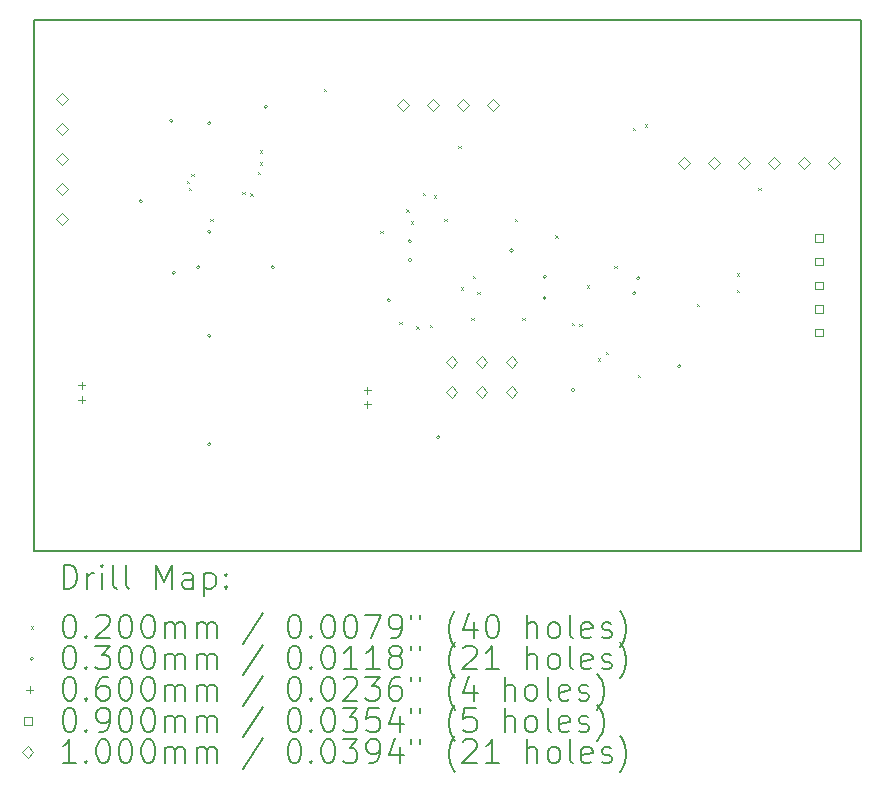
<source format=gbr>
%FSLAX45Y45*%
G04 Gerber Fmt 4.5, Leading zero omitted, Abs format (unit mm)*
G04 Created by KiCad (PCBNEW (6.0.0)) date 2022-01-24 15:48:01*
%MOMM*%
%LPD*%
G01*
G04 APERTURE LIST*
%TA.AperFunction,Profile*%
%ADD10C,0.150000*%
%TD*%
%ADD11C,0.200000*%
%ADD12C,0.020000*%
%ADD13C,0.030000*%
%ADD14C,0.060000*%
%ADD15C,0.090000*%
%ADD16C,0.100000*%
G04 APERTURE END LIST*
D10*
X13000000Y-8000000D02*
X20000000Y-8000000D01*
X20000000Y-8000000D02*
X20000000Y-12500000D01*
X20000000Y-12500000D02*
X13000000Y-12500000D01*
X13000000Y-12500000D02*
X13000000Y-8000000D01*
D11*
D12*
X14290400Y-9367100D02*
X14310400Y-9387100D01*
X14310400Y-9367100D02*
X14290400Y-9387100D01*
X14310400Y-9427100D02*
X14330400Y-9447100D01*
X14330400Y-9427100D02*
X14310400Y-9447100D01*
X14330400Y-9307100D02*
X14350400Y-9327100D01*
X14350400Y-9307100D02*
X14330400Y-9327100D01*
X14490400Y-9687100D02*
X14510400Y-9707100D01*
X14510400Y-9687100D02*
X14490400Y-9707100D01*
X14762236Y-9458798D02*
X14782236Y-9478798D01*
X14782236Y-9458798D02*
X14762236Y-9478798D01*
X14829995Y-9470058D02*
X14849995Y-9490058D01*
X14849995Y-9470058D02*
X14829995Y-9490058D01*
X14890400Y-9287100D02*
X14910400Y-9307100D01*
X14910400Y-9287100D02*
X14890400Y-9307100D01*
X14910400Y-9107100D02*
X14930400Y-9127100D01*
X14930400Y-9107100D02*
X14910400Y-9127100D01*
X14910400Y-9207100D02*
X14930400Y-9227100D01*
X14930400Y-9207100D02*
X14910400Y-9227100D01*
X15450400Y-8587100D02*
X15470400Y-8607100D01*
X15470400Y-8587100D02*
X15450400Y-8607100D01*
X15930400Y-9787100D02*
X15950400Y-9807100D01*
X15950400Y-9787100D02*
X15930400Y-9807100D01*
X16090400Y-10557199D02*
X16110400Y-10577199D01*
X16110400Y-10557199D02*
X16090400Y-10577199D01*
X16150400Y-9607100D02*
X16170400Y-9627100D01*
X16170400Y-9607100D02*
X16150400Y-9627100D01*
X16190400Y-9707100D02*
X16210400Y-9727100D01*
X16210400Y-9707100D02*
X16190400Y-9727100D01*
X16233339Y-10597150D02*
X16253339Y-10617150D01*
X16253339Y-10597150D02*
X16233339Y-10617150D01*
X16290400Y-9467100D02*
X16310400Y-9487100D01*
X16310400Y-9467100D02*
X16290400Y-9487100D01*
X16350400Y-10587100D02*
X16370400Y-10607100D01*
X16370400Y-10587100D02*
X16350400Y-10607100D01*
X16382550Y-9487100D02*
X16402550Y-9507100D01*
X16402550Y-9487100D02*
X16382550Y-9507100D01*
X16470400Y-9687100D02*
X16490400Y-9707100D01*
X16490400Y-9687100D02*
X16470400Y-9707100D01*
X16590400Y-9067100D02*
X16610400Y-9087100D01*
X16610400Y-9067100D02*
X16590400Y-9087100D01*
X16610400Y-10267100D02*
X16630400Y-10287100D01*
X16630400Y-10267100D02*
X16610400Y-10287100D01*
X16700350Y-10527100D02*
X16720350Y-10547100D01*
X16720350Y-10527100D02*
X16700350Y-10547100D01*
X16710400Y-10167100D02*
X16730400Y-10187100D01*
X16730400Y-10167100D02*
X16710400Y-10187100D01*
X16750400Y-10307100D02*
X16770400Y-10327100D01*
X16770400Y-10307100D02*
X16750400Y-10327100D01*
X17070400Y-9687100D02*
X17090400Y-9707100D01*
X17090400Y-9687100D02*
X17070400Y-9707100D01*
X17130400Y-10527100D02*
X17150400Y-10547100D01*
X17150400Y-10527100D02*
X17130400Y-10547100D01*
X17410400Y-9827100D02*
X17430400Y-9847100D01*
X17430400Y-9827100D02*
X17410400Y-9847100D01*
X17550400Y-10567100D02*
X17570400Y-10587100D01*
X17570400Y-10567100D02*
X17550400Y-10587100D01*
X17614551Y-10573589D02*
X17634551Y-10593589D01*
X17634551Y-10573589D02*
X17614551Y-10593589D01*
X17680350Y-10249438D02*
X17700350Y-10269438D01*
X17700350Y-10249438D02*
X17680350Y-10269438D01*
X17770400Y-10867100D02*
X17790400Y-10887100D01*
X17790400Y-10867100D02*
X17770400Y-10887100D01*
X17836049Y-10814049D02*
X17856049Y-10834049D01*
X17856049Y-10814049D02*
X17836049Y-10834049D01*
X17910400Y-10087100D02*
X17930400Y-10107100D01*
X17930400Y-10087100D02*
X17910400Y-10107100D01*
X18068180Y-8917150D02*
X18088180Y-8937150D01*
X18088180Y-8917150D02*
X18068180Y-8937150D01*
X18110400Y-11007100D02*
X18130400Y-11027100D01*
X18130400Y-11007100D02*
X18110400Y-11027100D01*
X18170400Y-8887100D02*
X18190400Y-8907100D01*
X18190400Y-8887100D02*
X18170400Y-8907100D01*
X18610400Y-10407100D02*
X18630400Y-10427100D01*
X18630400Y-10407100D02*
X18610400Y-10427100D01*
X18950400Y-10147100D02*
X18970400Y-10167100D01*
X18970400Y-10147100D02*
X18950400Y-10167100D01*
X18950400Y-10287100D02*
X18970400Y-10307100D01*
X18970400Y-10287100D02*
X18950400Y-10307100D01*
X19130400Y-9427100D02*
X19150400Y-9447100D01*
X19150400Y-9427100D02*
X19130400Y-9447100D01*
D13*
X13915400Y-9537100D02*
G75*
G03*
X13915400Y-9537100I-15000J0D01*
G01*
X14175400Y-8857100D02*
G75*
G03*
X14175400Y-8857100I-15000J0D01*
G01*
X14195400Y-10144950D02*
G75*
G03*
X14195400Y-10144950I-15000J0D01*
G01*
X14402888Y-10098303D02*
G75*
G03*
X14402888Y-10098303I-15000J0D01*
G01*
X14495400Y-8877100D02*
G75*
G03*
X14495400Y-8877100I-15000J0D01*
G01*
X14495400Y-9797100D02*
G75*
G03*
X14495400Y-9797100I-15000J0D01*
G01*
X14495400Y-10677100D02*
G75*
G03*
X14495400Y-10677100I-15000J0D01*
G01*
X14495400Y-11597100D02*
G75*
G03*
X14495400Y-11597100I-15000J0D01*
G01*
X14975400Y-8737100D02*
G75*
G03*
X14975400Y-8737100I-15000J0D01*
G01*
X15035400Y-10097100D02*
G75*
G03*
X15035400Y-10097100I-15000J0D01*
G01*
X16015400Y-10377100D02*
G75*
G03*
X16015400Y-10377100I-15000J0D01*
G01*
X16195400Y-9877100D02*
G75*
G03*
X16195400Y-9877100I-15000J0D01*
G01*
X16195400Y-10037100D02*
G75*
G03*
X16195400Y-10037100I-15000J0D01*
G01*
X16435400Y-11537100D02*
G75*
G03*
X16435400Y-11537100I-15000J0D01*
G01*
X17055400Y-9957100D02*
G75*
G03*
X17055400Y-9957100I-15000J0D01*
G01*
X17335400Y-10177100D02*
G75*
G03*
X17335400Y-10177100I-15000J0D01*
G01*
X17335400Y-10357100D02*
G75*
G03*
X17335400Y-10357100I-15000J0D01*
G01*
X17575400Y-11137100D02*
G75*
G03*
X17575400Y-11137100I-15000J0D01*
G01*
X18095400Y-10317100D02*
G75*
G03*
X18095400Y-10317100I-15000J0D01*
G01*
X18128652Y-10190739D02*
G75*
G03*
X18128652Y-10190739I-15000J0D01*
G01*
X18475400Y-10937100D02*
G75*
G03*
X18475400Y-10937100I-15000J0D01*
G01*
D14*
X13400400Y-11067100D02*
X13400400Y-11127100D01*
X13370400Y-11097100D02*
X13430400Y-11097100D01*
X13400400Y-11187100D02*
X13400400Y-11247100D01*
X13370400Y-11217100D02*
X13430400Y-11217100D01*
X15820400Y-11107100D02*
X15820400Y-11167100D01*
X15790400Y-11137100D02*
X15850400Y-11137100D01*
X15820400Y-11227100D02*
X15820400Y-11287100D01*
X15790400Y-11257100D02*
X15850400Y-11257100D01*
D15*
X19676820Y-9881820D02*
X19676820Y-9818180D01*
X19613180Y-9818180D01*
X19613180Y-9881820D01*
X19676820Y-9881820D01*
X19676820Y-10081820D02*
X19676820Y-10018180D01*
X19613180Y-10018180D01*
X19613180Y-10081820D01*
X19676820Y-10081820D01*
X19676820Y-10281820D02*
X19676820Y-10218180D01*
X19613180Y-10218180D01*
X19613180Y-10281820D01*
X19676820Y-10281820D01*
X19676820Y-10481820D02*
X19676820Y-10418180D01*
X19613180Y-10418180D01*
X19613180Y-10481820D01*
X19676820Y-10481820D01*
X19676820Y-10681820D02*
X19676820Y-10618180D01*
X19613180Y-10618180D01*
X19613180Y-10681820D01*
X19676820Y-10681820D01*
D16*
X13235000Y-8721000D02*
X13285000Y-8671000D01*
X13235000Y-8621000D01*
X13185000Y-8671000D01*
X13235000Y-8721000D01*
X13235000Y-8975000D02*
X13285000Y-8925000D01*
X13235000Y-8875000D01*
X13185000Y-8925000D01*
X13235000Y-8975000D01*
X13235000Y-9229000D02*
X13285000Y-9179000D01*
X13235000Y-9129000D01*
X13185000Y-9179000D01*
X13235000Y-9229000D01*
X13235000Y-9483000D02*
X13285000Y-9433000D01*
X13235000Y-9383000D01*
X13185000Y-9433000D01*
X13235000Y-9483000D01*
X13235000Y-9737000D02*
X13285000Y-9687000D01*
X13235000Y-9637000D01*
X13185000Y-9687000D01*
X13235000Y-9737000D01*
X16119000Y-8776000D02*
X16169000Y-8726000D01*
X16119000Y-8676000D01*
X16069000Y-8726000D01*
X16119000Y-8776000D01*
X16373000Y-8776000D02*
X16423000Y-8726000D01*
X16373000Y-8676000D01*
X16323000Y-8726000D01*
X16373000Y-8776000D01*
X16532500Y-10948500D02*
X16582500Y-10898500D01*
X16532500Y-10848500D01*
X16482500Y-10898500D01*
X16532500Y-10948500D01*
X16532500Y-11202500D02*
X16582500Y-11152500D01*
X16532500Y-11102500D01*
X16482500Y-11152500D01*
X16532500Y-11202500D01*
X16627000Y-8776000D02*
X16677000Y-8726000D01*
X16627000Y-8676000D01*
X16577000Y-8726000D01*
X16627000Y-8776000D01*
X16786500Y-10948500D02*
X16836500Y-10898500D01*
X16786500Y-10848500D01*
X16736500Y-10898500D01*
X16786500Y-10948500D01*
X16786500Y-11202500D02*
X16836500Y-11152500D01*
X16786500Y-11102500D01*
X16736500Y-11152500D01*
X16786500Y-11202500D01*
X16881000Y-8776000D02*
X16931000Y-8726000D01*
X16881000Y-8676000D01*
X16831000Y-8726000D01*
X16881000Y-8776000D01*
X17040500Y-10948500D02*
X17090500Y-10898500D01*
X17040500Y-10848500D01*
X16990500Y-10898500D01*
X17040500Y-10948500D01*
X17040500Y-11202500D02*
X17090500Y-11152500D01*
X17040500Y-11102500D01*
X16990500Y-11152500D01*
X17040500Y-11202500D01*
X18500000Y-9262500D02*
X18550000Y-9212500D01*
X18500000Y-9162500D01*
X18450000Y-9212500D01*
X18500000Y-9262500D01*
X18754000Y-9262500D02*
X18804000Y-9212500D01*
X18754000Y-9162500D01*
X18704000Y-9212500D01*
X18754000Y-9262500D01*
X19008000Y-9262500D02*
X19058000Y-9212500D01*
X19008000Y-9162500D01*
X18958000Y-9212500D01*
X19008000Y-9262500D01*
X19262000Y-9262500D02*
X19312000Y-9212500D01*
X19262000Y-9162500D01*
X19212000Y-9212500D01*
X19262000Y-9262500D01*
X19516000Y-9262500D02*
X19566000Y-9212500D01*
X19516000Y-9162500D01*
X19466000Y-9212500D01*
X19516000Y-9262500D01*
X19770000Y-9262500D02*
X19820000Y-9212500D01*
X19770000Y-9162500D01*
X19720000Y-9212500D01*
X19770000Y-9262500D01*
D11*
X13250119Y-12817976D02*
X13250119Y-12617976D01*
X13297738Y-12617976D01*
X13326309Y-12627500D01*
X13345357Y-12646548D01*
X13354881Y-12665595D01*
X13364405Y-12703690D01*
X13364405Y-12732262D01*
X13354881Y-12770357D01*
X13345357Y-12789405D01*
X13326309Y-12808452D01*
X13297738Y-12817976D01*
X13250119Y-12817976D01*
X13450119Y-12817976D02*
X13450119Y-12684643D01*
X13450119Y-12722738D02*
X13459643Y-12703690D01*
X13469167Y-12694167D01*
X13488214Y-12684643D01*
X13507262Y-12684643D01*
X13573928Y-12817976D02*
X13573928Y-12684643D01*
X13573928Y-12617976D02*
X13564405Y-12627500D01*
X13573928Y-12637024D01*
X13583452Y-12627500D01*
X13573928Y-12617976D01*
X13573928Y-12637024D01*
X13697738Y-12817976D02*
X13678690Y-12808452D01*
X13669167Y-12789405D01*
X13669167Y-12617976D01*
X13802500Y-12817976D02*
X13783452Y-12808452D01*
X13773928Y-12789405D01*
X13773928Y-12617976D01*
X14031071Y-12817976D02*
X14031071Y-12617976D01*
X14097738Y-12760833D01*
X14164405Y-12617976D01*
X14164405Y-12817976D01*
X14345357Y-12817976D02*
X14345357Y-12713214D01*
X14335833Y-12694167D01*
X14316786Y-12684643D01*
X14278690Y-12684643D01*
X14259643Y-12694167D01*
X14345357Y-12808452D02*
X14326309Y-12817976D01*
X14278690Y-12817976D01*
X14259643Y-12808452D01*
X14250119Y-12789405D01*
X14250119Y-12770357D01*
X14259643Y-12751309D01*
X14278690Y-12741786D01*
X14326309Y-12741786D01*
X14345357Y-12732262D01*
X14440595Y-12684643D02*
X14440595Y-12884643D01*
X14440595Y-12694167D02*
X14459643Y-12684643D01*
X14497738Y-12684643D01*
X14516786Y-12694167D01*
X14526309Y-12703690D01*
X14535833Y-12722738D01*
X14535833Y-12779881D01*
X14526309Y-12798928D01*
X14516786Y-12808452D01*
X14497738Y-12817976D01*
X14459643Y-12817976D01*
X14440595Y-12808452D01*
X14621548Y-12798928D02*
X14631071Y-12808452D01*
X14621548Y-12817976D01*
X14612024Y-12808452D01*
X14621548Y-12798928D01*
X14621548Y-12817976D01*
X14621548Y-12694167D02*
X14631071Y-12703690D01*
X14621548Y-12713214D01*
X14612024Y-12703690D01*
X14621548Y-12694167D01*
X14621548Y-12713214D01*
D12*
X12972500Y-13137500D02*
X12992500Y-13157500D01*
X12992500Y-13137500D02*
X12972500Y-13157500D01*
D11*
X13288214Y-13037976D02*
X13307262Y-13037976D01*
X13326309Y-13047500D01*
X13335833Y-13057024D01*
X13345357Y-13076071D01*
X13354881Y-13114167D01*
X13354881Y-13161786D01*
X13345357Y-13199881D01*
X13335833Y-13218928D01*
X13326309Y-13228452D01*
X13307262Y-13237976D01*
X13288214Y-13237976D01*
X13269167Y-13228452D01*
X13259643Y-13218928D01*
X13250119Y-13199881D01*
X13240595Y-13161786D01*
X13240595Y-13114167D01*
X13250119Y-13076071D01*
X13259643Y-13057024D01*
X13269167Y-13047500D01*
X13288214Y-13037976D01*
X13440595Y-13218928D02*
X13450119Y-13228452D01*
X13440595Y-13237976D01*
X13431071Y-13228452D01*
X13440595Y-13218928D01*
X13440595Y-13237976D01*
X13526309Y-13057024D02*
X13535833Y-13047500D01*
X13554881Y-13037976D01*
X13602500Y-13037976D01*
X13621548Y-13047500D01*
X13631071Y-13057024D01*
X13640595Y-13076071D01*
X13640595Y-13095119D01*
X13631071Y-13123690D01*
X13516786Y-13237976D01*
X13640595Y-13237976D01*
X13764405Y-13037976D02*
X13783452Y-13037976D01*
X13802500Y-13047500D01*
X13812024Y-13057024D01*
X13821548Y-13076071D01*
X13831071Y-13114167D01*
X13831071Y-13161786D01*
X13821548Y-13199881D01*
X13812024Y-13218928D01*
X13802500Y-13228452D01*
X13783452Y-13237976D01*
X13764405Y-13237976D01*
X13745357Y-13228452D01*
X13735833Y-13218928D01*
X13726309Y-13199881D01*
X13716786Y-13161786D01*
X13716786Y-13114167D01*
X13726309Y-13076071D01*
X13735833Y-13057024D01*
X13745357Y-13047500D01*
X13764405Y-13037976D01*
X13954881Y-13037976D02*
X13973928Y-13037976D01*
X13992976Y-13047500D01*
X14002500Y-13057024D01*
X14012024Y-13076071D01*
X14021548Y-13114167D01*
X14021548Y-13161786D01*
X14012024Y-13199881D01*
X14002500Y-13218928D01*
X13992976Y-13228452D01*
X13973928Y-13237976D01*
X13954881Y-13237976D01*
X13935833Y-13228452D01*
X13926309Y-13218928D01*
X13916786Y-13199881D01*
X13907262Y-13161786D01*
X13907262Y-13114167D01*
X13916786Y-13076071D01*
X13926309Y-13057024D01*
X13935833Y-13047500D01*
X13954881Y-13037976D01*
X14107262Y-13237976D02*
X14107262Y-13104643D01*
X14107262Y-13123690D02*
X14116786Y-13114167D01*
X14135833Y-13104643D01*
X14164405Y-13104643D01*
X14183452Y-13114167D01*
X14192976Y-13133214D01*
X14192976Y-13237976D01*
X14192976Y-13133214D02*
X14202500Y-13114167D01*
X14221548Y-13104643D01*
X14250119Y-13104643D01*
X14269167Y-13114167D01*
X14278690Y-13133214D01*
X14278690Y-13237976D01*
X14373928Y-13237976D02*
X14373928Y-13104643D01*
X14373928Y-13123690D02*
X14383452Y-13114167D01*
X14402500Y-13104643D01*
X14431071Y-13104643D01*
X14450119Y-13114167D01*
X14459643Y-13133214D01*
X14459643Y-13237976D01*
X14459643Y-13133214D02*
X14469167Y-13114167D01*
X14488214Y-13104643D01*
X14516786Y-13104643D01*
X14535833Y-13114167D01*
X14545357Y-13133214D01*
X14545357Y-13237976D01*
X14935833Y-13028452D02*
X14764405Y-13285595D01*
X15192976Y-13037976D02*
X15212024Y-13037976D01*
X15231071Y-13047500D01*
X15240595Y-13057024D01*
X15250119Y-13076071D01*
X15259643Y-13114167D01*
X15259643Y-13161786D01*
X15250119Y-13199881D01*
X15240595Y-13218928D01*
X15231071Y-13228452D01*
X15212024Y-13237976D01*
X15192976Y-13237976D01*
X15173928Y-13228452D01*
X15164405Y-13218928D01*
X15154881Y-13199881D01*
X15145357Y-13161786D01*
X15145357Y-13114167D01*
X15154881Y-13076071D01*
X15164405Y-13057024D01*
X15173928Y-13047500D01*
X15192976Y-13037976D01*
X15345357Y-13218928D02*
X15354881Y-13228452D01*
X15345357Y-13237976D01*
X15335833Y-13228452D01*
X15345357Y-13218928D01*
X15345357Y-13237976D01*
X15478690Y-13037976D02*
X15497738Y-13037976D01*
X15516786Y-13047500D01*
X15526309Y-13057024D01*
X15535833Y-13076071D01*
X15545357Y-13114167D01*
X15545357Y-13161786D01*
X15535833Y-13199881D01*
X15526309Y-13218928D01*
X15516786Y-13228452D01*
X15497738Y-13237976D01*
X15478690Y-13237976D01*
X15459643Y-13228452D01*
X15450119Y-13218928D01*
X15440595Y-13199881D01*
X15431071Y-13161786D01*
X15431071Y-13114167D01*
X15440595Y-13076071D01*
X15450119Y-13057024D01*
X15459643Y-13047500D01*
X15478690Y-13037976D01*
X15669167Y-13037976D02*
X15688214Y-13037976D01*
X15707262Y-13047500D01*
X15716786Y-13057024D01*
X15726309Y-13076071D01*
X15735833Y-13114167D01*
X15735833Y-13161786D01*
X15726309Y-13199881D01*
X15716786Y-13218928D01*
X15707262Y-13228452D01*
X15688214Y-13237976D01*
X15669167Y-13237976D01*
X15650119Y-13228452D01*
X15640595Y-13218928D01*
X15631071Y-13199881D01*
X15621548Y-13161786D01*
X15621548Y-13114167D01*
X15631071Y-13076071D01*
X15640595Y-13057024D01*
X15650119Y-13047500D01*
X15669167Y-13037976D01*
X15802500Y-13037976D02*
X15935833Y-13037976D01*
X15850119Y-13237976D01*
X16021548Y-13237976D02*
X16059643Y-13237976D01*
X16078690Y-13228452D01*
X16088214Y-13218928D01*
X16107262Y-13190357D01*
X16116786Y-13152262D01*
X16116786Y-13076071D01*
X16107262Y-13057024D01*
X16097738Y-13047500D01*
X16078690Y-13037976D01*
X16040595Y-13037976D01*
X16021548Y-13047500D01*
X16012024Y-13057024D01*
X16002500Y-13076071D01*
X16002500Y-13123690D01*
X16012024Y-13142738D01*
X16021548Y-13152262D01*
X16040595Y-13161786D01*
X16078690Y-13161786D01*
X16097738Y-13152262D01*
X16107262Y-13142738D01*
X16116786Y-13123690D01*
X16192976Y-13037976D02*
X16192976Y-13076071D01*
X16269167Y-13037976D02*
X16269167Y-13076071D01*
X16564405Y-13314167D02*
X16554881Y-13304643D01*
X16535833Y-13276071D01*
X16526309Y-13257024D01*
X16516786Y-13228452D01*
X16507262Y-13180833D01*
X16507262Y-13142738D01*
X16516786Y-13095119D01*
X16526309Y-13066548D01*
X16535833Y-13047500D01*
X16554881Y-13018928D01*
X16564405Y-13009405D01*
X16726309Y-13104643D02*
X16726309Y-13237976D01*
X16678690Y-13028452D02*
X16631071Y-13171309D01*
X16754881Y-13171309D01*
X16869167Y-13037976D02*
X16888214Y-13037976D01*
X16907262Y-13047500D01*
X16916786Y-13057024D01*
X16926310Y-13076071D01*
X16935833Y-13114167D01*
X16935833Y-13161786D01*
X16926310Y-13199881D01*
X16916786Y-13218928D01*
X16907262Y-13228452D01*
X16888214Y-13237976D01*
X16869167Y-13237976D01*
X16850119Y-13228452D01*
X16840595Y-13218928D01*
X16831071Y-13199881D01*
X16821548Y-13161786D01*
X16821548Y-13114167D01*
X16831071Y-13076071D01*
X16840595Y-13057024D01*
X16850119Y-13047500D01*
X16869167Y-13037976D01*
X17173929Y-13237976D02*
X17173929Y-13037976D01*
X17259643Y-13237976D02*
X17259643Y-13133214D01*
X17250119Y-13114167D01*
X17231071Y-13104643D01*
X17202500Y-13104643D01*
X17183452Y-13114167D01*
X17173929Y-13123690D01*
X17383452Y-13237976D02*
X17364405Y-13228452D01*
X17354881Y-13218928D01*
X17345357Y-13199881D01*
X17345357Y-13142738D01*
X17354881Y-13123690D01*
X17364405Y-13114167D01*
X17383452Y-13104643D01*
X17412024Y-13104643D01*
X17431071Y-13114167D01*
X17440595Y-13123690D01*
X17450119Y-13142738D01*
X17450119Y-13199881D01*
X17440595Y-13218928D01*
X17431071Y-13228452D01*
X17412024Y-13237976D01*
X17383452Y-13237976D01*
X17564405Y-13237976D02*
X17545357Y-13228452D01*
X17535833Y-13209405D01*
X17535833Y-13037976D01*
X17716786Y-13228452D02*
X17697738Y-13237976D01*
X17659643Y-13237976D01*
X17640595Y-13228452D01*
X17631071Y-13209405D01*
X17631071Y-13133214D01*
X17640595Y-13114167D01*
X17659643Y-13104643D01*
X17697738Y-13104643D01*
X17716786Y-13114167D01*
X17726310Y-13133214D01*
X17726310Y-13152262D01*
X17631071Y-13171309D01*
X17802500Y-13228452D02*
X17821548Y-13237976D01*
X17859643Y-13237976D01*
X17878690Y-13228452D01*
X17888214Y-13209405D01*
X17888214Y-13199881D01*
X17878690Y-13180833D01*
X17859643Y-13171309D01*
X17831071Y-13171309D01*
X17812024Y-13161786D01*
X17802500Y-13142738D01*
X17802500Y-13133214D01*
X17812024Y-13114167D01*
X17831071Y-13104643D01*
X17859643Y-13104643D01*
X17878690Y-13114167D01*
X17954881Y-13314167D02*
X17964405Y-13304643D01*
X17983452Y-13276071D01*
X17992976Y-13257024D01*
X18002500Y-13228452D01*
X18012024Y-13180833D01*
X18012024Y-13142738D01*
X18002500Y-13095119D01*
X17992976Y-13066548D01*
X17983452Y-13047500D01*
X17964405Y-13018928D01*
X17954881Y-13009405D01*
D13*
X12992500Y-13411500D02*
G75*
G03*
X12992500Y-13411500I-15000J0D01*
G01*
D11*
X13288214Y-13301976D02*
X13307262Y-13301976D01*
X13326309Y-13311500D01*
X13335833Y-13321024D01*
X13345357Y-13340071D01*
X13354881Y-13378167D01*
X13354881Y-13425786D01*
X13345357Y-13463881D01*
X13335833Y-13482928D01*
X13326309Y-13492452D01*
X13307262Y-13501976D01*
X13288214Y-13501976D01*
X13269167Y-13492452D01*
X13259643Y-13482928D01*
X13250119Y-13463881D01*
X13240595Y-13425786D01*
X13240595Y-13378167D01*
X13250119Y-13340071D01*
X13259643Y-13321024D01*
X13269167Y-13311500D01*
X13288214Y-13301976D01*
X13440595Y-13482928D02*
X13450119Y-13492452D01*
X13440595Y-13501976D01*
X13431071Y-13492452D01*
X13440595Y-13482928D01*
X13440595Y-13501976D01*
X13516786Y-13301976D02*
X13640595Y-13301976D01*
X13573928Y-13378167D01*
X13602500Y-13378167D01*
X13621548Y-13387690D01*
X13631071Y-13397214D01*
X13640595Y-13416262D01*
X13640595Y-13463881D01*
X13631071Y-13482928D01*
X13621548Y-13492452D01*
X13602500Y-13501976D01*
X13545357Y-13501976D01*
X13526309Y-13492452D01*
X13516786Y-13482928D01*
X13764405Y-13301976D02*
X13783452Y-13301976D01*
X13802500Y-13311500D01*
X13812024Y-13321024D01*
X13821548Y-13340071D01*
X13831071Y-13378167D01*
X13831071Y-13425786D01*
X13821548Y-13463881D01*
X13812024Y-13482928D01*
X13802500Y-13492452D01*
X13783452Y-13501976D01*
X13764405Y-13501976D01*
X13745357Y-13492452D01*
X13735833Y-13482928D01*
X13726309Y-13463881D01*
X13716786Y-13425786D01*
X13716786Y-13378167D01*
X13726309Y-13340071D01*
X13735833Y-13321024D01*
X13745357Y-13311500D01*
X13764405Y-13301976D01*
X13954881Y-13301976D02*
X13973928Y-13301976D01*
X13992976Y-13311500D01*
X14002500Y-13321024D01*
X14012024Y-13340071D01*
X14021548Y-13378167D01*
X14021548Y-13425786D01*
X14012024Y-13463881D01*
X14002500Y-13482928D01*
X13992976Y-13492452D01*
X13973928Y-13501976D01*
X13954881Y-13501976D01*
X13935833Y-13492452D01*
X13926309Y-13482928D01*
X13916786Y-13463881D01*
X13907262Y-13425786D01*
X13907262Y-13378167D01*
X13916786Y-13340071D01*
X13926309Y-13321024D01*
X13935833Y-13311500D01*
X13954881Y-13301976D01*
X14107262Y-13501976D02*
X14107262Y-13368643D01*
X14107262Y-13387690D02*
X14116786Y-13378167D01*
X14135833Y-13368643D01*
X14164405Y-13368643D01*
X14183452Y-13378167D01*
X14192976Y-13397214D01*
X14192976Y-13501976D01*
X14192976Y-13397214D02*
X14202500Y-13378167D01*
X14221548Y-13368643D01*
X14250119Y-13368643D01*
X14269167Y-13378167D01*
X14278690Y-13397214D01*
X14278690Y-13501976D01*
X14373928Y-13501976D02*
X14373928Y-13368643D01*
X14373928Y-13387690D02*
X14383452Y-13378167D01*
X14402500Y-13368643D01*
X14431071Y-13368643D01*
X14450119Y-13378167D01*
X14459643Y-13397214D01*
X14459643Y-13501976D01*
X14459643Y-13397214D02*
X14469167Y-13378167D01*
X14488214Y-13368643D01*
X14516786Y-13368643D01*
X14535833Y-13378167D01*
X14545357Y-13397214D01*
X14545357Y-13501976D01*
X14935833Y-13292452D02*
X14764405Y-13549595D01*
X15192976Y-13301976D02*
X15212024Y-13301976D01*
X15231071Y-13311500D01*
X15240595Y-13321024D01*
X15250119Y-13340071D01*
X15259643Y-13378167D01*
X15259643Y-13425786D01*
X15250119Y-13463881D01*
X15240595Y-13482928D01*
X15231071Y-13492452D01*
X15212024Y-13501976D01*
X15192976Y-13501976D01*
X15173928Y-13492452D01*
X15164405Y-13482928D01*
X15154881Y-13463881D01*
X15145357Y-13425786D01*
X15145357Y-13378167D01*
X15154881Y-13340071D01*
X15164405Y-13321024D01*
X15173928Y-13311500D01*
X15192976Y-13301976D01*
X15345357Y-13482928D02*
X15354881Y-13492452D01*
X15345357Y-13501976D01*
X15335833Y-13492452D01*
X15345357Y-13482928D01*
X15345357Y-13501976D01*
X15478690Y-13301976D02*
X15497738Y-13301976D01*
X15516786Y-13311500D01*
X15526309Y-13321024D01*
X15535833Y-13340071D01*
X15545357Y-13378167D01*
X15545357Y-13425786D01*
X15535833Y-13463881D01*
X15526309Y-13482928D01*
X15516786Y-13492452D01*
X15497738Y-13501976D01*
X15478690Y-13501976D01*
X15459643Y-13492452D01*
X15450119Y-13482928D01*
X15440595Y-13463881D01*
X15431071Y-13425786D01*
X15431071Y-13378167D01*
X15440595Y-13340071D01*
X15450119Y-13321024D01*
X15459643Y-13311500D01*
X15478690Y-13301976D01*
X15735833Y-13501976D02*
X15621548Y-13501976D01*
X15678690Y-13501976D02*
X15678690Y-13301976D01*
X15659643Y-13330548D01*
X15640595Y-13349595D01*
X15621548Y-13359119D01*
X15926309Y-13501976D02*
X15812024Y-13501976D01*
X15869167Y-13501976D02*
X15869167Y-13301976D01*
X15850119Y-13330548D01*
X15831071Y-13349595D01*
X15812024Y-13359119D01*
X16040595Y-13387690D02*
X16021548Y-13378167D01*
X16012024Y-13368643D01*
X16002500Y-13349595D01*
X16002500Y-13340071D01*
X16012024Y-13321024D01*
X16021548Y-13311500D01*
X16040595Y-13301976D01*
X16078690Y-13301976D01*
X16097738Y-13311500D01*
X16107262Y-13321024D01*
X16116786Y-13340071D01*
X16116786Y-13349595D01*
X16107262Y-13368643D01*
X16097738Y-13378167D01*
X16078690Y-13387690D01*
X16040595Y-13387690D01*
X16021548Y-13397214D01*
X16012024Y-13406738D01*
X16002500Y-13425786D01*
X16002500Y-13463881D01*
X16012024Y-13482928D01*
X16021548Y-13492452D01*
X16040595Y-13501976D01*
X16078690Y-13501976D01*
X16097738Y-13492452D01*
X16107262Y-13482928D01*
X16116786Y-13463881D01*
X16116786Y-13425786D01*
X16107262Y-13406738D01*
X16097738Y-13397214D01*
X16078690Y-13387690D01*
X16192976Y-13301976D02*
X16192976Y-13340071D01*
X16269167Y-13301976D02*
X16269167Y-13340071D01*
X16564405Y-13578167D02*
X16554881Y-13568643D01*
X16535833Y-13540071D01*
X16526309Y-13521024D01*
X16516786Y-13492452D01*
X16507262Y-13444833D01*
X16507262Y-13406738D01*
X16516786Y-13359119D01*
X16526309Y-13330548D01*
X16535833Y-13311500D01*
X16554881Y-13282928D01*
X16564405Y-13273405D01*
X16631071Y-13321024D02*
X16640595Y-13311500D01*
X16659643Y-13301976D01*
X16707262Y-13301976D01*
X16726309Y-13311500D01*
X16735833Y-13321024D01*
X16745357Y-13340071D01*
X16745357Y-13359119D01*
X16735833Y-13387690D01*
X16621548Y-13501976D01*
X16745357Y-13501976D01*
X16935833Y-13501976D02*
X16821548Y-13501976D01*
X16878690Y-13501976D02*
X16878690Y-13301976D01*
X16859643Y-13330548D01*
X16840595Y-13349595D01*
X16821548Y-13359119D01*
X17173929Y-13501976D02*
X17173929Y-13301976D01*
X17259643Y-13501976D02*
X17259643Y-13397214D01*
X17250119Y-13378167D01*
X17231071Y-13368643D01*
X17202500Y-13368643D01*
X17183452Y-13378167D01*
X17173929Y-13387690D01*
X17383452Y-13501976D02*
X17364405Y-13492452D01*
X17354881Y-13482928D01*
X17345357Y-13463881D01*
X17345357Y-13406738D01*
X17354881Y-13387690D01*
X17364405Y-13378167D01*
X17383452Y-13368643D01*
X17412024Y-13368643D01*
X17431071Y-13378167D01*
X17440595Y-13387690D01*
X17450119Y-13406738D01*
X17450119Y-13463881D01*
X17440595Y-13482928D01*
X17431071Y-13492452D01*
X17412024Y-13501976D01*
X17383452Y-13501976D01*
X17564405Y-13501976D02*
X17545357Y-13492452D01*
X17535833Y-13473405D01*
X17535833Y-13301976D01*
X17716786Y-13492452D02*
X17697738Y-13501976D01*
X17659643Y-13501976D01*
X17640595Y-13492452D01*
X17631071Y-13473405D01*
X17631071Y-13397214D01*
X17640595Y-13378167D01*
X17659643Y-13368643D01*
X17697738Y-13368643D01*
X17716786Y-13378167D01*
X17726310Y-13397214D01*
X17726310Y-13416262D01*
X17631071Y-13435309D01*
X17802500Y-13492452D02*
X17821548Y-13501976D01*
X17859643Y-13501976D01*
X17878690Y-13492452D01*
X17888214Y-13473405D01*
X17888214Y-13463881D01*
X17878690Y-13444833D01*
X17859643Y-13435309D01*
X17831071Y-13435309D01*
X17812024Y-13425786D01*
X17802500Y-13406738D01*
X17802500Y-13397214D01*
X17812024Y-13378167D01*
X17831071Y-13368643D01*
X17859643Y-13368643D01*
X17878690Y-13378167D01*
X17954881Y-13578167D02*
X17964405Y-13568643D01*
X17983452Y-13540071D01*
X17992976Y-13521024D01*
X18002500Y-13492452D01*
X18012024Y-13444833D01*
X18012024Y-13406738D01*
X18002500Y-13359119D01*
X17992976Y-13330548D01*
X17983452Y-13311500D01*
X17964405Y-13282928D01*
X17954881Y-13273405D01*
D14*
X12962500Y-13645500D02*
X12962500Y-13705500D01*
X12932500Y-13675500D02*
X12992500Y-13675500D01*
D11*
X13288214Y-13565976D02*
X13307262Y-13565976D01*
X13326309Y-13575500D01*
X13335833Y-13585024D01*
X13345357Y-13604071D01*
X13354881Y-13642167D01*
X13354881Y-13689786D01*
X13345357Y-13727881D01*
X13335833Y-13746928D01*
X13326309Y-13756452D01*
X13307262Y-13765976D01*
X13288214Y-13765976D01*
X13269167Y-13756452D01*
X13259643Y-13746928D01*
X13250119Y-13727881D01*
X13240595Y-13689786D01*
X13240595Y-13642167D01*
X13250119Y-13604071D01*
X13259643Y-13585024D01*
X13269167Y-13575500D01*
X13288214Y-13565976D01*
X13440595Y-13746928D02*
X13450119Y-13756452D01*
X13440595Y-13765976D01*
X13431071Y-13756452D01*
X13440595Y-13746928D01*
X13440595Y-13765976D01*
X13621548Y-13565976D02*
X13583452Y-13565976D01*
X13564405Y-13575500D01*
X13554881Y-13585024D01*
X13535833Y-13613595D01*
X13526309Y-13651690D01*
X13526309Y-13727881D01*
X13535833Y-13746928D01*
X13545357Y-13756452D01*
X13564405Y-13765976D01*
X13602500Y-13765976D01*
X13621548Y-13756452D01*
X13631071Y-13746928D01*
X13640595Y-13727881D01*
X13640595Y-13680262D01*
X13631071Y-13661214D01*
X13621548Y-13651690D01*
X13602500Y-13642167D01*
X13564405Y-13642167D01*
X13545357Y-13651690D01*
X13535833Y-13661214D01*
X13526309Y-13680262D01*
X13764405Y-13565976D02*
X13783452Y-13565976D01*
X13802500Y-13575500D01*
X13812024Y-13585024D01*
X13821548Y-13604071D01*
X13831071Y-13642167D01*
X13831071Y-13689786D01*
X13821548Y-13727881D01*
X13812024Y-13746928D01*
X13802500Y-13756452D01*
X13783452Y-13765976D01*
X13764405Y-13765976D01*
X13745357Y-13756452D01*
X13735833Y-13746928D01*
X13726309Y-13727881D01*
X13716786Y-13689786D01*
X13716786Y-13642167D01*
X13726309Y-13604071D01*
X13735833Y-13585024D01*
X13745357Y-13575500D01*
X13764405Y-13565976D01*
X13954881Y-13565976D02*
X13973928Y-13565976D01*
X13992976Y-13575500D01*
X14002500Y-13585024D01*
X14012024Y-13604071D01*
X14021548Y-13642167D01*
X14021548Y-13689786D01*
X14012024Y-13727881D01*
X14002500Y-13746928D01*
X13992976Y-13756452D01*
X13973928Y-13765976D01*
X13954881Y-13765976D01*
X13935833Y-13756452D01*
X13926309Y-13746928D01*
X13916786Y-13727881D01*
X13907262Y-13689786D01*
X13907262Y-13642167D01*
X13916786Y-13604071D01*
X13926309Y-13585024D01*
X13935833Y-13575500D01*
X13954881Y-13565976D01*
X14107262Y-13765976D02*
X14107262Y-13632643D01*
X14107262Y-13651690D02*
X14116786Y-13642167D01*
X14135833Y-13632643D01*
X14164405Y-13632643D01*
X14183452Y-13642167D01*
X14192976Y-13661214D01*
X14192976Y-13765976D01*
X14192976Y-13661214D02*
X14202500Y-13642167D01*
X14221548Y-13632643D01*
X14250119Y-13632643D01*
X14269167Y-13642167D01*
X14278690Y-13661214D01*
X14278690Y-13765976D01*
X14373928Y-13765976D02*
X14373928Y-13632643D01*
X14373928Y-13651690D02*
X14383452Y-13642167D01*
X14402500Y-13632643D01*
X14431071Y-13632643D01*
X14450119Y-13642167D01*
X14459643Y-13661214D01*
X14459643Y-13765976D01*
X14459643Y-13661214D02*
X14469167Y-13642167D01*
X14488214Y-13632643D01*
X14516786Y-13632643D01*
X14535833Y-13642167D01*
X14545357Y-13661214D01*
X14545357Y-13765976D01*
X14935833Y-13556452D02*
X14764405Y-13813595D01*
X15192976Y-13565976D02*
X15212024Y-13565976D01*
X15231071Y-13575500D01*
X15240595Y-13585024D01*
X15250119Y-13604071D01*
X15259643Y-13642167D01*
X15259643Y-13689786D01*
X15250119Y-13727881D01*
X15240595Y-13746928D01*
X15231071Y-13756452D01*
X15212024Y-13765976D01*
X15192976Y-13765976D01*
X15173928Y-13756452D01*
X15164405Y-13746928D01*
X15154881Y-13727881D01*
X15145357Y-13689786D01*
X15145357Y-13642167D01*
X15154881Y-13604071D01*
X15164405Y-13585024D01*
X15173928Y-13575500D01*
X15192976Y-13565976D01*
X15345357Y-13746928D02*
X15354881Y-13756452D01*
X15345357Y-13765976D01*
X15335833Y-13756452D01*
X15345357Y-13746928D01*
X15345357Y-13765976D01*
X15478690Y-13565976D02*
X15497738Y-13565976D01*
X15516786Y-13575500D01*
X15526309Y-13585024D01*
X15535833Y-13604071D01*
X15545357Y-13642167D01*
X15545357Y-13689786D01*
X15535833Y-13727881D01*
X15526309Y-13746928D01*
X15516786Y-13756452D01*
X15497738Y-13765976D01*
X15478690Y-13765976D01*
X15459643Y-13756452D01*
X15450119Y-13746928D01*
X15440595Y-13727881D01*
X15431071Y-13689786D01*
X15431071Y-13642167D01*
X15440595Y-13604071D01*
X15450119Y-13585024D01*
X15459643Y-13575500D01*
X15478690Y-13565976D01*
X15621548Y-13585024D02*
X15631071Y-13575500D01*
X15650119Y-13565976D01*
X15697738Y-13565976D01*
X15716786Y-13575500D01*
X15726309Y-13585024D01*
X15735833Y-13604071D01*
X15735833Y-13623119D01*
X15726309Y-13651690D01*
X15612024Y-13765976D01*
X15735833Y-13765976D01*
X15802500Y-13565976D02*
X15926309Y-13565976D01*
X15859643Y-13642167D01*
X15888214Y-13642167D01*
X15907262Y-13651690D01*
X15916786Y-13661214D01*
X15926309Y-13680262D01*
X15926309Y-13727881D01*
X15916786Y-13746928D01*
X15907262Y-13756452D01*
X15888214Y-13765976D01*
X15831071Y-13765976D01*
X15812024Y-13756452D01*
X15802500Y-13746928D01*
X16097738Y-13565976D02*
X16059643Y-13565976D01*
X16040595Y-13575500D01*
X16031071Y-13585024D01*
X16012024Y-13613595D01*
X16002500Y-13651690D01*
X16002500Y-13727881D01*
X16012024Y-13746928D01*
X16021548Y-13756452D01*
X16040595Y-13765976D01*
X16078690Y-13765976D01*
X16097738Y-13756452D01*
X16107262Y-13746928D01*
X16116786Y-13727881D01*
X16116786Y-13680262D01*
X16107262Y-13661214D01*
X16097738Y-13651690D01*
X16078690Y-13642167D01*
X16040595Y-13642167D01*
X16021548Y-13651690D01*
X16012024Y-13661214D01*
X16002500Y-13680262D01*
X16192976Y-13565976D02*
X16192976Y-13604071D01*
X16269167Y-13565976D02*
X16269167Y-13604071D01*
X16564405Y-13842167D02*
X16554881Y-13832643D01*
X16535833Y-13804071D01*
X16526309Y-13785024D01*
X16516786Y-13756452D01*
X16507262Y-13708833D01*
X16507262Y-13670738D01*
X16516786Y-13623119D01*
X16526309Y-13594548D01*
X16535833Y-13575500D01*
X16554881Y-13546928D01*
X16564405Y-13537405D01*
X16726309Y-13632643D02*
X16726309Y-13765976D01*
X16678690Y-13556452D02*
X16631071Y-13699309D01*
X16754881Y-13699309D01*
X16983452Y-13765976D02*
X16983452Y-13565976D01*
X17069167Y-13765976D02*
X17069167Y-13661214D01*
X17059643Y-13642167D01*
X17040595Y-13632643D01*
X17012024Y-13632643D01*
X16992976Y-13642167D01*
X16983452Y-13651690D01*
X17192976Y-13765976D02*
X17173929Y-13756452D01*
X17164405Y-13746928D01*
X17154881Y-13727881D01*
X17154881Y-13670738D01*
X17164405Y-13651690D01*
X17173929Y-13642167D01*
X17192976Y-13632643D01*
X17221548Y-13632643D01*
X17240595Y-13642167D01*
X17250119Y-13651690D01*
X17259643Y-13670738D01*
X17259643Y-13727881D01*
X17250119Y-13746928D01*
X17240595Y-13756452D01*
X17221548Y-13765976D01*
X17192976Y-13765976D01*
X17373929Y-13765976D02*
X17354881Y-13756452D01*
X17345357Y-13737405D01*
X17345357Y-13565976D01*
X17526310Y-13756452D02*
X17507262Y-13765976D01*
X17469167Y-13765976D01*
X17450119Y-13756452D01*
X17440595Y-13737405D01*
X17440595Y-13661214D01*
X17450119Y-13642167D01*
X17469167Y-13632643D01*
X17507262Y-13632643D01*
X17526310Y-13642167D01*
X17535833Y-13661214D01*
X17535833Y-13680262D01*
X17440595Y-13699309D01*
X17612024Y-13756452D02*
X17631071Y-13765976D01*
X17669167Y-13765976D01*
X17688214Y-13756452D01*
X17697738Y-13737405D01*
X17697738Y-13727881D01*
X17688214Y-13708833D01*
X17669167Y-13699309D01*
X17640595Y-13699309D01*
X17621548Y-13689786D01*
X17612024Y-13670738D01*
X17612024Y-13661214D01*
X17621548Y-13642167D01*
X17640595Y-13632643D01*
X17669167Y-13632643D01*
X17688214Y-13642167D01*
X17764405Y-13842167D02*
X17773929Y-13832643D01*
X17792976Y-13804071D01*
X17802500Y-13785024D01*
X17812024Y-13756452D01*
X17821548Y-13708833D01*
X17821548Y-13670738D01*
X17812024Y-13623119D01*
X17802500Y-13594548D01*
X17792976Y-13575500D01*
X17773929Y-13546928D01*
X17764405Y-13537405D01*
D15*
X12979320Y-13971320D02*
X12979320Y-13907680D01*
X12915680Y-13907680D01*
X12915680Y-13971320D01*
X12979320Y-13971320D01*
D11*
X13288214Y-13829976D02*
X13307262Y-13829976D01*
X13326309Y-13839500D01*
X13335833Y-13849024D01*
X13345357Y-13868071D01*
X13354881Y-13906167D01*
X13354881Y-13953786D01*
X13345357Y-13991881D01*
X13335833Y-14010928D01*
X13326309Y-14020452D01*
X13307262Y-14029976D01*
X13288214Y-14029976D01*
X13269167Y-14020452D01*
X13259643Y-14010928D01*
X13250119Y-13991881D01*
X13240595Y-13953786D01*
X13240595Y-13906167D01*
X13250119Y-13868071D01*
X13259643Y-13849024D01*
X13269167Y-13839500D01*
X13288214Y-13829976D01*
X13440595Y-14010928D02*
X13450119Y-14020452D01*
X13440595Y-14029976D01*
X13431071Y-14020452D01*
X13440595Y-14010928D01*
X13440595Y-14029976D01*
X13545357Y-14029976D02*
X13583452Y-14029976D01*
X13602500Y-14020452D01*
X13612024Y-14010928D01*
X13631071Y-13982357D01*
X13640595Y-13944262D01*
X13640595Y-13868071D01*
X13631071Y-13849024D01*
X13621548Y-13839500D01*
X13602500Y-13829976D01*
X13564405Y-13829976D01*
X13545357Y-13839500D01*
X13535833Y-13849024D01*
X13526309Y-13868071D01*
X13526309Y-13915690D01*
X13535833Y-13934738D01*
X13545357Y-13944262D01*
X13564405Y-13953786D01*
X13602500Y-13953786D01*
X13621548Y-13944262D01*
X13631071Y-13934738D01*
X13640595Y-13915690D01*
X13764405Y-13829976D02*
X13783452Y-13829976D01*
X13802500Y-13839500D01*
X13812024Y-13849024D01*
X13821548Y-13868071D01*
X13831071Y-13906167D01*
X13831071Y-13953786D01*
X13821548Y-13991881D01*
X13812024Y-14010928D01*
X13802500Y-14020452D01*
X13783452Y-14029976D01*
X13764405Y-14029976D01*
X13745357Y-14020452D01*
X13735833Y-14010928D01*
X13726309Y-13991881D01*
X13716786Y-13953786D01*
X13716786Y-13906167D01*
X13726309Y-13868071D01*
X13735833Y-13849024D01*
X13745357Y-13839500D01*
X13764405Y-13829976D01*
X13954881Y-13829976D02*
X13973928Y-13829976D01*
X13992976Y-13839500D01*
X14002500Y-13849024D01*
X14012024Y-13868071D01*
X14021548Y-13906167D01*
X14021548Y-13953786D01*
X14012024Y-13991881D01*
X14002500Y-14010928D01*
X13992976Y-14020452D01*
X13973928Y-14029976D01*
X13954881Y-14029976D01*
X13935833Y-14020452D01*
X13926309Y-14010928D01*
X13916786Y-13991881D01*
X13907262Y-13953786D01*
X13907262Y-13906167D01*
X13916786Y-13868071D01*
X13926309Y-13849024D01*
X13935833Y-13839500D01*
X13954881Y-13829976D01*
X14107262Y-14029976D02*
X14107262Y-13896643D01*
X14107262Y-13915690D02*
X14116786Y-13906167D01*
X14135833Y-13896643D01*
X14164405Y-13896643D01*
X14183452Y-13906167D01*
X14192976Y-13925214D01*
X14192976Y-14029976D01*
X14192976Y-13925214D02*
X14202500Y-13906167D01*
X14221548Y-13896643D01*
X14250119Y-13896643D01*
X14269167Y-13906167D01*
X14278690Y-13925214D01*
X14278690Y-14029976D01*
X14373928Y-14029976D02*
X14373928Y-13896643D01*
X14373928Y-13915690D02*
X14383452Y-13906167D01*
X14402500Y-13896643D01*
X14431071Y-13896643D01*
X14450119Y-13906167D01*
X14459643Y-13925214D01*
X14459643Y-14029976D01*
X14459643Y-13925214D02*
X14469167Y-13906167D01*
X14488214Y-13896643D01*
X14516786Y-13896643D01*
X14535833Y-13906167D01*
X14545357Y-13925214D01*
X14545357Y-14029976D01*
X14935833Y-13820452D02*
X14764405Y-14077595D01*
X15192976Y-13829976D02*
X15212024Y-13829976D01*
X15231071Y-13839500D01*
X15240595Y-13849024D01*
X15250119Y-13868071D01*
X15259643Y-13906167D01*
X15259643Y-13953786D01*
X15250119Y-13991881D01*
X15240595Y-14010928D01*
X15231071Y-14020452D01*
X15212024Y-14029976D01*
X15192976Y-14029976D01*
X15173928Y-14020452D01*
X15164405Y-14010928D01*
X15154881Y-13991881D01*
X15145357Y-13953786D01*
X15145357Y-13906167D01*
X15154881Y-13868071D01*
X15164405Y-13849024D01*
X15173928Y-13839500D01*
X15192976Y-13829976D01*
X15345357Y-14010928D02*
X15354881Y-14020452D01*
X15345357Y-14029976D01*
X15335833Y-14020452D01*
X15345357Y-14010928D01*
X15345357Y-14029976D01*
X15478690Y-13829976D02*
X15497738Y-13829976D01*
X15516786Y-13839500D01*
X15526309Y-13849024D01*
X15535833Y-13868071D01*
X15545357Y-13906167D01*
X15545357Y-13953786D01*
X15535833Y-13991881D01*
X15526309Y-14010928D01*
X15516786Y-14020452D01*
X15497738Y-14029976D01*
X15478690Y-14029976D01*
X15459643Y-14020452D01*
X15450119Y-14010928D01*
X15440595Y-13991881D01*
X15431071Y-13953786D01*
X15431071Y-13906167D01*
X15440595Y-13868071D01*
X15450119Y-13849024D01*
X15459643Y-13839500D01*
X15478690Y-13829976D01*
X15612024Y-13829976D02*
X15735833Y-13829976D01*
X15669167Y-13906167D01*
X15697738Y-13906167D01*
X15716786Y-13915690D01*
X15726309Y-13925214D01*
X15735833Y-13944262D01*
X15735833Y-13991881D01*
X15726309Y-14010928D01*
X15716786Y-14020452D01*
X15697738Y-14029976D01*
X15640595Y-14029976D01*
X15621548Y-14020452D01*
X15612024Y-14010928D01*
X15916786Y-13829976D02*
X15821548Y-13829976D01*
X15812024Y-13925214D01*
X15821548Y-13915690D01*
X15840595Y-13906167D01*
X15888214Y-13906167D01*
X15907262Y-13915690D01*
X15916786Y-13925214D01*
X15926309Y-13944262D01*
X15926309Y-13991881D01*
X15916786Y-14010928D01*
X15907262Y-14020452D01*
X15888214Y-14029976D01*
X15840595Y-14029976D01*
X15821548Y-14020452D01*
X15812024Y-14010928D01*
X16097738Y-13896643D02*
X16097738Y-14029976D01*
X16050119Y-13820452D02*
X16002500Y-13963309D01*
X16126309Y-13963309D01*
X16192976Y-13829976D02*
X16192976Y-13868071D01*
X16269167Y-13829976D02*
X16269167Y-13868071D01*
X16564405Y-14106167D02*
X16554881Y-14096643D01*
X16535833Y-14068071D01*
X16526309Y-14049024D01*
X16516786Y-14020452D01*
X16507262Y-13972833D01*
X16507262Y-13934738D01*
X16516786Y-13887119D01*
X16526309Y-13858548D01*
X16535833Y-13839500D01*
X16554881Y-13810928D01*
X16564405Y-13801405D01*
X16735833Y-13829976D02*
X16640595Y-13829976D01*
X16631071Y-13925214D01*
X16640595Y-13915690D01*
X16659643Y-13906167D01*
X16707262Y-13906167D01*
X16726309Y-13915690D01*
X16735833Y-13925214D01*
X16745357Y-13944262D01*
X16745357Y-13991881D01*
X16735833Y-14010928D01*
X16726309Y-14020452D01*
X16707262Y-14029976D01*
X16659643Y-14029976D01*
X16640595Y-14020452D01*
X16631071Y-14010928D01*
X16983452Y-14029976D02*
X16983452Y-13829976D01*
X17069167Y-14029976D02*
X17069167Y-13925214D01*
X17059643Y-13906167D01*
X17040595Y-13896643D01*
X17012024Y-13896643D01*
X16992976Y-13906167D01*
X16983452Y-13915690D01*
X17192976Y-14029976D02*
X17173929Y-14020452D01*
X17164405Y-14010928D01*
X17154881Y-13991881D01*
X17154881Y-13934738D01*
X17164405Y-13915690D01*
X17173929Y-13906167D01*
X17192976Y-13896643D01*
X17221548Y-13896643D01*
X17240595Y-13906167D01*
X17250119Y-13915690D01*
X17259643Y-13934738D01*
X17259643Y-13991881D01*
X17250119Y-14010928D01*
X17240595Y-14020452D01*
X17221548Y-14029976D01*
X17192976Y-14029976D01*
X17373929Y-14029976D02*
X17354881Y-14020452D01*
X17345357Y-14001405D01*
X17345357Y-13829976D01*
X17526310Y-14020452D02*
X17507262Y-14029976D01*
X17469167Y-14029976D01*
X17450119Y-14020452D01*
X17440595Y-14001405D01*
X17440595Y-13925214D01*
X17450119Y-13906167D01*
X17469167Y-13896643D01*
X17507262Y-13896643D01*
X17526310Y-13906167D01*
X17535833Y-13925214D01*
X17535833Y-13944262D01*
X17440595Y-13963309D01*
X17612024Y-14020452D02*
X17631071Y-14029976D01*
X17669167Y-14029976D01*
X17688214Y-14020452D01*
X17697738Y-14001405D01*
X17697738Y-13991881D01*
X17688214Y-13972833D01*
X17669167Y-13963309D01*
X17640595Y-13963309D01*
X17621548Y-13953786D01*
X17612024Y-13934738D01*
X17612024Y-13925214D01*
X17621548Y-13906167D01*
X17640595Y-13896643D01*
X17669167Y-13896643D01*
X17688214Y-13906167D01*
X17764405Y-14106167D02*
X17773929Y-14096643D01*
X17792976Y-14068071D01*
X17802500Y-14049024D01*
X17812024Y-14020452D01*
X17821548Y-13972833D01*
X17821548Y-13934738D01*
X17812024Y-13887119D01*
X17802500Y-13858548D01*
X17792976Y-13839500D01*
X17773929Y-13810928D01*
X17764405Y-13801405D01*
D16*
X12942500Y-14253500D02*
X12992500Y-14203500D01*
X12942500Y-14153500D01*
X12892500Y-14203500D01*
X12942500Y-14253500D01*
D11*
X13354881Y-14293976D02*
X13240595Y-14293976D01*
X13297738Y-14293976D02*
X13297738Y-14093976D01*
X13278690Y-14122548D01*
X13259643Y-14141595D01*
X13240595Y-14151119D01*
X13440595Y-14274928D02*
X13450119Y-14284452D01*
X13440595Y-14293976D01*
X13431071Y-14284452D01*
X13440595Y-14274928D01*
X13440595Y-14293976D01*
X13573928Y-14093976D02*
X13592976Y-14093976D01*
X13612024Y-14103500D01*
X13621548Y-14113024D01*
X13631071Y-14132071D01*
X13640595Y-14170167D01*
X13640595Y-14217786D01*
X13631071Y-14255881D01*
X13621548Y-14274928D01*
X13612024Y-14284452D01*
X13592976Y-14293976D01*
X13573928Y-14293976D01*
X13554881Y-14284452D01*
X13545357Y-14274928D01*
X13535833Y-14255881D01*
X13526309Y-14217786D01*
X13526309Y-14170167D01*
X13535833Y-14132071D01*
X13545357Y-14113024D01*
X13554881Y-14103500D01*
X13573928Y-14093976D01*
X13764405Y-14093976D02*
X13783452Y-14093976D01*
X13802500Y-14103500D01*
X13812024Y-14113024D01*
X13821548Y-14132071D01*
X13831071Y-14170167D01*
X13831071Y-14217786D01*
X13821548Y-14255881D01*
X13812024Y-14274928D01*
X13802500Y-14284452D01*
X13783452Y-14293976D01*
X13764405Y-14293976D01*
X13745357Y-14284452D01*
X13735833Y-14274928D01*
X13726309Y-14255881D01*
X13716786Y-14217786D01*
X13716786Y-14170167D01*
X13726309Y-14132071D01*
X13735833Y-14113024D01*
X13745357Y-14103500D01*
X13764405Y-14093976D01*
X13954881Y-14093976D02*
X13973928Y-14093976D01*
X13992976Y-14103500D01*
X14002500Y-14113024D01*
X14012024Y-14132071D01*
X14021548Y-14170167D01*
X14021548Y-14217786D01*
X14012024Y-14255881D01*
X14002500Y-14274928D01*
X13992976Y-14284452D01*
X13973928Y-14293976D01*
X13954881Y-14293976D01*
X13935833Y-14284452D01*
X13926309Y-14274928D01*
X13916786Y-14255881D01*
X13907262Y-14217786D01*
X13907262Y-14170167D01*
X13916786Y-14132071D01*
X13926309Y-14113024D01*
X13935833Y-14103500D01*
X13954881Y-14093976D01*
X14107262Y-14293976D02*
X14107262Y-14160643D01*
X14107262Y-14179690D02*
X14116786Y-14170167D01*
X14135833Y-14160643D01*
X14164405Y-14160643D01*
X14183452Y-14170167D01*
X14192976Y-14189214D01*
X14192976Y-14293976D01*
X14192976Y-14189214D02*
X14202500Y-14170167D01*
X14221548Y-14160643D01*
X14250119Y-14160643D01*
X14269167Y-14170167D01*
X14278690Y-14189214D01*
X14278690Y-14293976D01*
X14373928Y-14293976D02*
X14373928Y-14160643D01*
X14373928Y-14179690D02*
X14383452Y-14170167D01*
X14402500Y-14160643D01*
X14431071Y-14160643D01*
X14450119Y-14170167D01*
X14459643Y-14189214D01*
X14459643Y-14293976D01*
X14459643Y-14189214D02*
X14469167Y-14170167D01*
X14488214Y-14160643D01*
X14516786Y-14160643D01*
X14535833Y-14170167D01*
X14545357Y-14189214D01*
X14545357Y-14293976D01*
X14935833Y-14084452D02*
X14764405Y-14341595D01*
X15192976Y-14093976D02*
X15212024Y-14093976D01*
X15231071Y-14103500D01*
X15240595Y-14113024D01*
X15250119Y-14132071D01*
X15259643Y-14170167D01*
X15259643Y-14217786D01*
X15250119Y-14255881D01*
X15240595Y-14274928D01*
X15231071Y-14284452D01*
X15212024Y-14293976D01*
X15192976Y-14293976D01*
X15173928Y-14284452D01*
X15164405Y-14274928D01*
X15154881Y-14255881D01*
X15145357Y-14217786D01*
X15145357Y-14170167D01*
X15154881Y-14132071D01*
X15164405Y-14113024D01*
X15173928Y-14103500D01*
X15192976Y-14093976D01*
X15345357Y-14274928D02*
X15354881Y-14284452D01*
X15345357Y-14293976D01*
X15335833Y-14284452D01*
X15345357Y-14274928D01*
X15345357Y-14293976D01*
X15478690Y-14093976D02*
X15497738Y-14093976D01*
X15516786Y-14103500D01*
X15526309Y-14113024D01*
X15535833Y-14132071D01*
X15545357Y-14170167D01*
X15545357Y-14217786D01*
X15535833Y-14255881D01*
X15526309Y-14274928D01*
X15516786Y-14284452D01*
X15497738Y-14293976D01*
X15478690Y-14293976D01*
X15459643Y-14284452D01*
X15450119Y-14274928D01*
X15440595Y-14255881D01*
X15431071Y-14217786D01*
X15431071Y-14170167D01*
X15440595Y-14132071D01*
X15450119Y-14113024D01*
X15459643Y-14103500D01*
X15478690Y-14093976D01*
X15612024Y-14093976D02*
X15735833Y-14093976D01*
X15669167Y-14170167D01*
X15697738Y-14170167D01*
X15716786Y-14179690D01*
X15726309Y-14189214D01*
X15735833Y-14208262D01*
X15735833Y-14255881D01*
X15726309Y-14274928D01*
X15716786Y-14284452D01*
X15697738Y-14293976D01*
X15640595Y-14293976D01*
X15621548Y-14284452D01*
X15612024Y-14274928D01*
X15831071Y-14293976D02*
X15869167Y-14293976D01*
X15888214Y-14284452D01*
X15897738Y-14274928D01*
X15916786Y-14246357D01*
X15926309Y-14208262D01*
X15926309Y-14132071D01*
X15916786Y-14113024D01*
X15907262Y-14103500D01*
X15888214Y-14093976D01*
X15850119Y-14093976D01*
X15831071Y-14103500D01*
X15821548Y-14113024D01*
X15812024Y-14132071D01*
X15812024Y-14179690D01*
X15821548Y-14198738D01*
X15831071Y-14208262D01*
X15850119Y-14217786D01*
X15888214Y-14217786D01*
X15907262Y-14208262D01*
X15916786Y-14198738D01*
X15926309Y-14179690D01*
X16097738Y-14160643D02*
X16097738Y-14293976D01*
X16050119Y-14084452D02*
X16002500Y-14227309D01*
X16126309Y-14227309D01*
X16192976Y-14093976D02*
X16192976Y-14132071D01*
X16269167Y-14093976D02*
X16269167Y-14132071D01*
X16564405Y-14370167D02*
X16554881Y-14360643D01*
X16535833Y-14332071D01*
X16526309Y-14313024D01*
X16516786Y-14284452D01*
X16507262Y-14236833D01*
X16507262Y-14198738D01*
X16516786Y-14151119D01*
X16526309Y-14122548D01*
X16535833Y-14103500D01*
X16554881Y-14074928D01*
X16564405Y-14065405D01*
X16631071Y-14113024D02*
X16640595Y-14103500D01*
X16659643Y-14093976D01*
X16707262Y-14093976D01*
X16726309Y-14103500D01*
X16735833Y-14113024D01*
X16745357Y-14132071D01*
X16745357Y-14151119D01*
X16735833Y-14179690D01*
X16621548Y-14293976D01*
X16745357Y-14293976D01*
X16935833Y-14293976D02*
X16821548Y-14293976D01*
X16878690Y-14293976D02*
X16878690Y-14093976D01*
X16859643Y-14122548D01*
X16840595Y-14141595D01*
X16821548Y-14151119D01*
X17173929Y-14293976D02*
X17173929Y-14093976D01*
X17259643Y-14293976D02*
X17259643Y-14189214D01*
X17250119Y-14170167D01*
X17231071Y-14160643D01*
X17202500Y-14160643D01*
X17183452Y-14170167D01*
X17173929Y-14179690D01*
X17383452Y-14293976D02*
X17364405Y-14284452D01*
X17354881Y-14274928D01*
X17345357Y-14255881D01*
X17345357Y-14198738D01*
X17354881Y-14179690D01*
X17364405Y-14170167D01*
X17383452Y-14160643D01*
X17412024Y-14160643D01*
X17431071Y-14170167D01*
X17440595Y-14179690D01*
X17450119Y-14198738D01*
X17450119Y-14255881D01*
X17440595Y-14274928D01*
X17431071Y-14284452D01*
X17412024Y-14293976D01*
X17383452Y-14293976D01*
X17564405Y-14293976D02*
X17545357Y-14284452D01*
X17535833Y-14265405D01*
X17535833Y-14093976D01*
X17716786Y-14284452D02*
X17697738Y-14293976D01*
X17659643Y-14293976D01*
X17640595Y-14284452D01*
X17631071Y-14265405D01*
X17631071Y-14189214D01*
X17640595Y-14170167D01*
X17659643Y-14160643D01*
X17697738Y-14160643D01*
X17716786Y-14170167D01*
X17726310Y-14189214D01*
X17726310Y-14208262D01*
X17631071Y-14227309D01*
X17802500Y-14284452D02*
X17821548Y-14293976D01*
X17859643Y-14293976D01*
X17878690Y-14284452D01*
X17888214Y-14265405D01*
X17888214Y-14255881D01*
X17878690Y-14236833D01*
X17859643Y-14227309D01*
X17831071Y-14227309D01*
X17812024Y-14217786D01*
X17802500Y-14198738D01*
X17802500Y-14189214D01*
X17812024Y-14170167D01*
X17831071Y-14160643D01*
X17859643Y-14160643D01*
X17878690Y-14170167D01*
X17954881Y-14370167D02*
X17964405Y-14360643D01*
X17983452Y-14332071D01*
X17992976Y-14313024D01*
X18002500Y-14284452D01*
X18012024Y-14236833D01*
X18012024Y-14198738D01*
X18002500Y-14151119D01*
X17992976Y-14122548D01*
X17983452Y-14103500D01*
X17964405Y-14074928D01*
X17954881Y-14065405D01*
M02*

</source>
